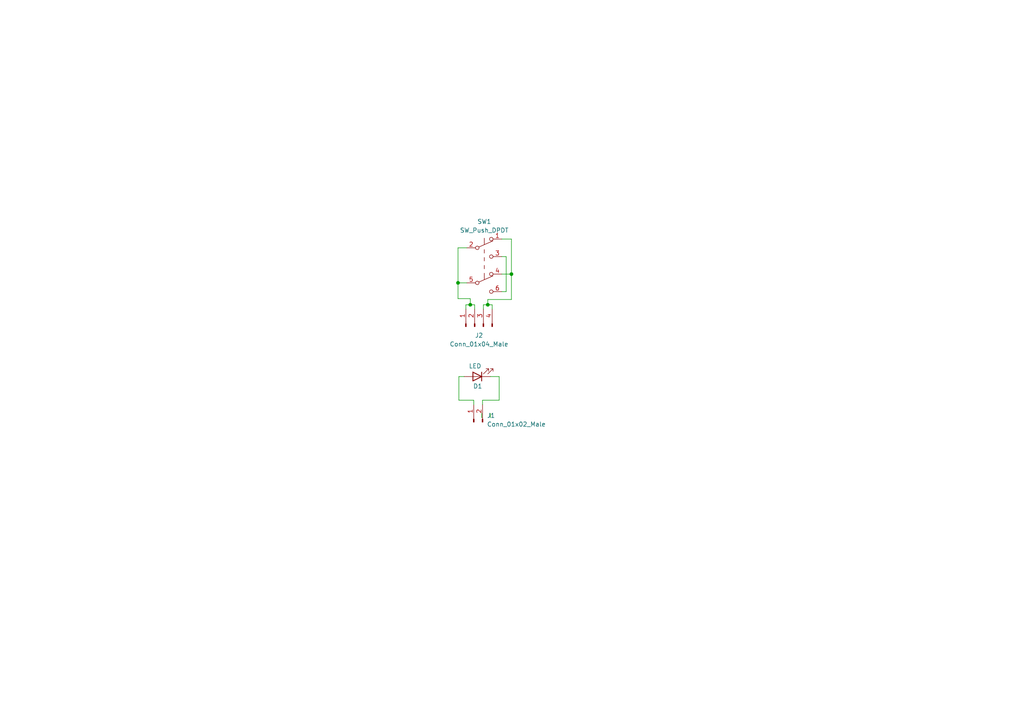
<source format=kicad_sch>
(kicad_sch (version 20231120) (generator "eeschema") (generator_version "8.0")
  (paper "A4")
  (lib_symbols
    (symbol "Connector:Conn_01x02_Male" (pin_names (offset 1.016) hide)
      (property "Reference" "J" (at 0 2.54 0))
      (property "Value" "Conn_01x02_Male" (at 0 -5.08 0))
      (symbol "Conn_01x02_Male_1_1"
        (polyline (pts (xy 1.27 -2.54) (xy 0.8636 -2.54)) (stroke (width 0.1524)))
        (polyline (pts (xy 1.27 0) (xy 0.8636 0)) (stroke (width 0.1524)))
        (rectangle (start 0.8636 -2.413) (end 0 -2.667) (stroke (width 0.1524)) (fill (type outline)))
        (rectangle (start 0.8636 0.127) (end 0 -0.127) (stroke (width 0.1524)) (fill (type outline)))
        (pin passive line (at 5.08 0 180) (length 3.81) (name "Pin_1") (number "1"))
        (pin passive line (at 5.08 -2.54 180) (length 3.81) (name "Pin_2") (number "2"))
      )
    )
    (symbol "Connector:Conn_01x04_Male" (pin_names (offset 1.016) hide)
      (property "Reference" "J" (at 0 5.08 0))
      (property "Value" "Conn_01x04_Male" (at 0 -7.62 0))
      (symbol "Conn_01x04_Male_1_1"
        (polyline (pts (xy 1.27 -5.08) (xy 0.8636 -5.08)) (stroke (width 0.1524)))
        (polyline (pts (xy 1.27 -2.54) (xy 0.8636 -2.54)) (stroke (width 0.1524)))
        (polyline (pts (xy 1.27 0) (xy 0.8636 0)) (stroke (width 0.1524)))
        (polyline (pts (xy 1.27 2.54) (xy 0.8636 2.54)) (stroke (width 0.1524)))
        (rectangle (start 0.8636 -4.953) (end 0 -5.207) (stroke (width 0.1524)) (fill (type outline)))
        (rectangle (start 0.8636 -2.413) (end 0 -2.667) (stroke (width 0.1524)) (fill (type outline)))
        (rectangle (start 0.8636 0.127) (end 0 -0.127) (stroke (width 0.1524)) (fill (type outline)))
        (rectangle (start 0.8636 2.667) (end 0 2.413) (stroke (width 0.1524)) (fill (type outline)))
        (pin passive line (at 5.08 2.54 180) (length 3.81) (name "Pin_1") (number "1"))
        (pin passive line (at 5.08 0 180) (length 3.81) (name "Pin_2") (number "2"))
        (pin passive line (at 5.08 -2.54 180) (length 3.81) (name "Pin_3") (number "3"))
        (pin passive line (at 5.08 -5.08 180) (length 3.81) (name "Pin_4") (number "4"))
      )
    )
    (symbol "Device:LED" (pin_numbers hide) (pin_names (offset 1.016) hide)
      (property "Reference" "D" (at 0 2.54 0))
      (property "Value" "LED" (at 0 -2.54 0))
      (symbol "LED_0_1"
        (polyline (pts (xy -1.27 -1.27) (xy -1.27 1.27)) (stroke (width 0.254)))
        (polyline (pts (xy -1.27 0) (xy 1.27 0)))
        (polyline (pts (xy 1.27 -1.27) (xy 1.27 1.27) (xy -1.27 0) (xy 1.27 -1.27)) (stroke (width 0.254)))
        (polyline (pts (xy -3.048 -0.762) (xy -4.572 -2.286) (xy -3.81 -2.286) (xy -4.572 -2.286) (xy -4.572 -1.524)))
        (polyline (pts (xy -1.778 -0.762) (xy -3.302 -2.286) (xy -2.54 -2.286) (xy -3.302 -2.286) (xy -3.302 -1.524)))
      )
      (symbol "LED_1_1"
        (pin passive line (at -3.81 0 0) (length 2.54) (name "K") (number "1"))
        (pin passive line (at 3.81 0 180) (length 2.54) (name "A") (number "2"))
      )
    )
    (symbol "Switch:SW_Push_DPDT" (pin_names (offset 0) hide)
      (property "Reference" "SW" (at 0 8.89 0))
      (property "Value" "SW_Push_DPDT" (at 0 -10.16 0))
      (symbol "SW_Push_DPDT_0_0"
        (circle (center -2.032 -5.08) (radius 0.508))
        (circle (center -2.032 5.08) (radius 0.508))
        (circle (center 2.032 -7.62) (radius 0.508))
        (circle (center 2.032 2.54) (radius 0.508))
      )
      (symbol "SW_Push_DPDT_0_1"
        (polyline (pts (xy -1.524 -4.826) (xy 2.54 -3.048)))
        (polyline (pts (xy -1.524 5.334) (xy 2.54 7.112)))
        (polyline (pts (xy 0 -2.286) (xy 0 -4.064)))
        (polyline (pts (xy 0 -1.016) (xy 0 0)))
        (polyline (pts (xy 0 1.27) (xy 0 2.286)))
        (polyline (pts (xy 0 3.556) (xy 0 4.572)))
        (polyline (pts (xy 0 7.874) (xy 0 6.096)))
        (circle (center 2.032 -2.54) (radius 0.508))
        (circle (center 2.032 7.62) (radius 0.508))
      )
      (symbol "SW_Push_DPDT_1_1"
        (pin passive line (at 5.08 7.62 180) (length 2.54) (name "A") (number "1"))
        (pin passive line (at -5.08 5.08 0) (length 2.54) (name "B") (number "2"))
        (pin passive line (at 5.08 2.54 180) (length 2.54) (name "C") (number "3"))
        (pin passive line (at 5.08 -2.54 180) (length 2.54) (name "A") (number "4"))
        (pin passive line (at -5.08 -5.08 0) (length 2.54) (name "B") (number "5"))
        (pin passive line (at 5.08 -7.62 180) (length 2.54) (name "C") (number "6"))
      )
    )
  )
  (junction (at 148.336 79.502))
  (junction (at 132.842 82.042))
  (junction (at 141.478 88.392))
  (junction (at 136.398 88.392))
  (wire (pts (xy 139.7 119.888) (xy 139.7 121.158)))
  (wire (pts (xy 137.668 88.392) (xy 137.668 89.662)))
  (wire (pts (xy 145.542 74.422) (xy 146.812 74.422)))
  (wire (pts (xy 135.128 88.392) (xy 136.398 88.392)))
  (wire (pts (xy 134.62 109.22) (xy 133.096 109.22)))
  (wire (pts (xy 136.398 86.614) (xy 136.398 88.392)))
  (wire (pts (xy 141.478 86.868) (xy 141.478 88.392)))
  (wire (pts (xy 140.208 88.392) (xy 141.478 88.392)))
  (wire (pts (xy 145.542 69.342) (xy 148.336 69.342)))
  (wire (pts (xy 136.398 88.392) (xy 137.668 88.392)))
  (wire (pts (xy 137.414 116.078) (xy 137.414 117.348)))
  (wire (pts (xy 148.336 69.342) (xy 148.336 79.502)))
  (wire (pts (xy 146.812 84.582) (xy 145.542 84.582)))
  (wire (pts (xy 146.812 74.422) (xy 146.812 84.582)))
  (wire (pts (xy 132.842 86.614) (xy 136.398 86.614)))
  (wire (pts (xy 141.478 88.392) (xy 142.748 88.392)))
  (wire (pts (xy 132.842 82.042) (xy 135.382 82.042)))
  (wire (pts (xy 135.382 71.882) (xy 132.842 71.882)))
  (wire (pts (xy 148.336 86.868) (xy 141.478 86.868)))
  (wire (pts (xy 148.336 79.502) (xy 148.336 86.868)))
  (wire (pts (xy 132.842 82.042) (xy 132.842 86.614)))
  (wire (pts (xy 142.24 119.888) (xy 142.24 121.158)))
  (wire (pts (xy 142.748 88.392) (xy 142.748 89.662)))
  (wire (pts (xy 140.208 89.662) (xy 140.208 88.392)))
  (wire (pts (xy 148.336 79.502) (xy 145.542 79.502)))
  (wire (pts (xy 144.78 116.078) (xy 144.78 109.22)))
  (wire (pts (xy 133.096 109.22) (xy 133.096 116.078)))
  (wire (pts (xy 132.842 71.882) (xy 132.842 82.042)))
  (wire (pts (xy 139.954 116.078) (xy 144.78 116.078)))
  (wire (pts (xy 133.096 116.078) (xy 137.414 116.078)))
  (wire (pts (xy 144.78 109.22) (xy 142.24 109.22)))
  (wire (pts (xy 135.128 89.662) (xy 135.128 88.392)))
  (wire (pts (xy 139.954 117.348) (xy 139.954 116.078)))
  (symbol (lib_id "Switch:SW_Push_DPDT") (at 140.462 76.962 0) (unit 1)
    (property "Reference" "SW1" (at 140.462 64.262 0))
    (property "Value" "SW_Push_DPDT" (at 140.462 66.802 0))
    (property "Footprint" "Kidwidgets:Toggle_DPDT" (effects (hide yes)))
  )
  (symbol (lib_id "Connector:Conn_01x04_Male") (at 137.668 94.742 90) (unit 1)
    (property "Reference" "J2" (at 138.938 97.282 90))
    (property "Value" "Conn_01x04_Male" (at 138.938 99.822 90))
    (property "Footprint" "Connector_PinHeader_2.54mm:PinHeader_1x04_P2.54mm_Vertical" (effects (hide yes)))
  )
  (symbol (lib_id "Connector:Conn_01x02_Male") (at 137.414 122.428 90) (unit 1)
    (property "Reference" "J1" (at 141.224 120.5229 90) (effects (justify right)))
    (property "Value" "Conn_01x02_Male" (at 141.224 123.0629 90) (effects (justify right)))
    (property "Footprint" "Connector_PinHeader_2.54mm:PinHeader_1x02_P2.54mm_Vertical" (effects (hide yes)))
  )
  (symbol (lib_id "Device:LED") (at 138.43 109.22 180) (unit 1)
    (property "Reference" "D1" (at 138.557 112.014 0))
    (property "Value" "LED" (at 137.795 106.172 0))
    (property "Footprint" "LED_THT:LED_D3.0mm" (effects (hide yes)))
  )
)
</source>
